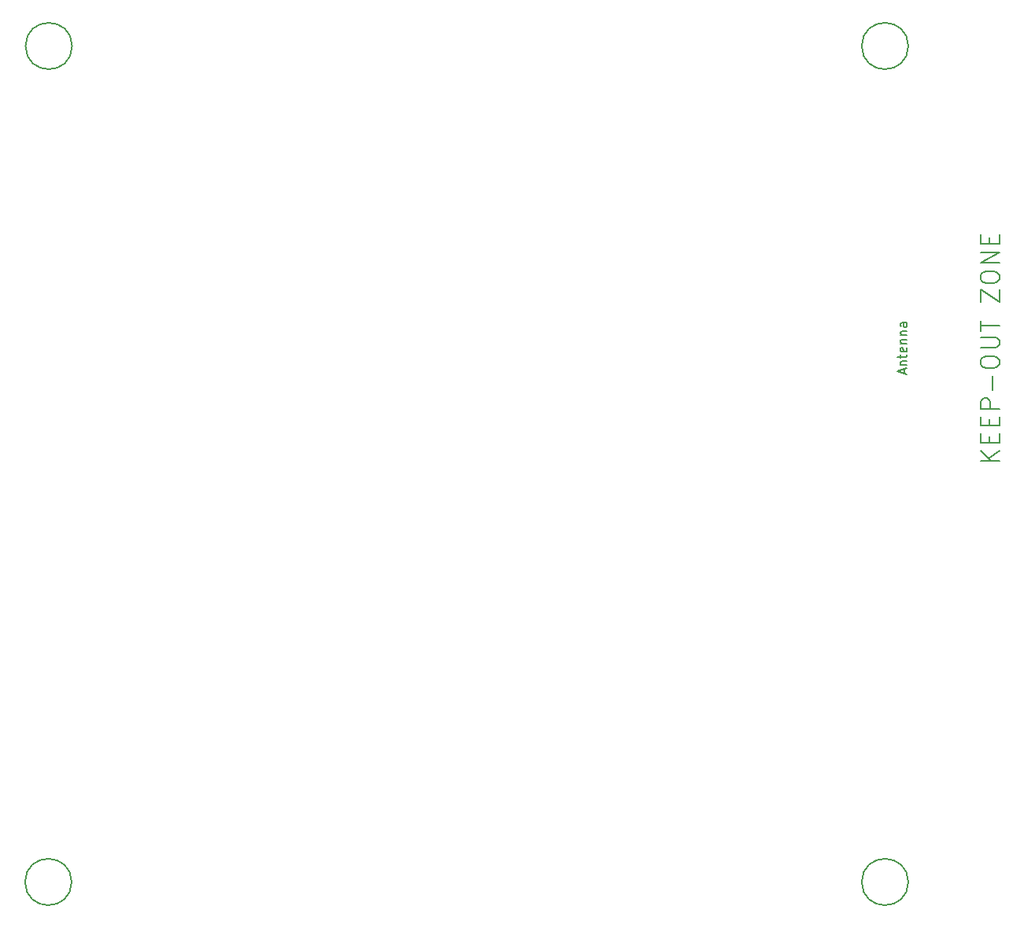
<source format=gbr>
%TF.GenerationSoftware,KiCad,Pcbnew,7.0.8*%
%TF.CreationDate,2023-11-01T12:09:58-04:00*%
%TF.ProjectId,ESP32_CNC,45535033-325f-4434-9e43-2e6b69636164,rev?*%
%TF.SameCoordinates,Original*%
%TF.FileFunction,Other,Comment*%
%FSLAX46Y46*%
G04 Gerber Fmt 4.6, Leading zero omitted, Abs format (unit mm)*
G04 Created by KiCad (PCBNEW 7.0.8) date 2023-11-01 12:09:58*
%MOMM*%
%LPD*%
G01*
G04 APERTURE LIST*
%ADD10C,0.150000*%
G04 APERTURE END LIST*
D10*
X183267104Y-86261904D02*
X183267104Y-85785714D01*
X183552819Y-86357142D02*
X182552819Y-86023809D01*
X182552819Y-86023809D02*
X183552819Y-85690476D01*
X182886152Y-85357142D02*
X183552819Y-85357142D01*
X182981390Y-85357142D02*
X182933771Y-85309523D01*
X182933771Y-85309523D02*
X182886152Y-85214285D01*
X182886152Y-85214285D02*
X182886152Y-85071428D01*
X182886152Y-85071428D02*
X182933771Y-84976190D01*
X182933771Y-84976190D02*
X183029009Y-84928571D01*
X183029009Y-84928571D02*
X183552819Y-84928571D01*
X182886152Y-84595237D02*
X182886152Y-84214285D01*
X182552819Y-84452380D02*
X183409961Y-84452380D01*
X183409961Y-84452380D02*
X183505200Y-84404761D01*
X183505200Y-84404761D02*
X183552819Y-84309523D01*
X183552819Y-84309523D02*
X183552819Y-84214285D01*
X183505200Y-83499999D02*
X183552819Y-83595237D01*
X183552819Y-83595237D02*
X183552819Y-83785713D01*
X183552819Y-83785713D02*
X183505200Y-83880951D01*
X183505200Y-83880951D02*
X183409961Y-83928570D01*
X183409961Y-83928570D02*
X183029009Y-83928570D01*
X183029009Y-83928570D02*
X182933771Y-83880951D01*
X182933771Y-83880951D02*
X182886152Y-83785713D01*
X182886152Y-83785713D02*
X182886152Y-83595237D01*
X182886152Y-83595237D02*
X182933771Y-83499999D01*
X182933771Y-83499999D02*
X183029009Y-83452380D01*
X183029009Y-83452380D02*
X183124247Y-83452380D01*
X183124247Y-83452380D02*
X183219485Y-83928570D01*
X182886152Y-83023808D02*
X183552819Y-83023808D01*
X182981390Y-83023808D02*
X182933771Y-82976189D01*
X182933771Y-82976189D02*
X182886152Y-82880951D01*
X182886152Y-82880951D02*
X182886152Y-82738094D01*
X182886152Y-82738094D02*
X182933771Y-82642856D01*
X182933771Y-82642856D02*
X183029009Y-82595237D01*
X183029009Y-82595237D02*
X183552819Y-82595237D01*
X182886152Y-82119046D02*
X183552819Y-82119046D01*
X182981390Y-82119046D02*
X182933771Y-82071427D01*
X182933771Y-82071427D02*
X182886152Y-81976189D01*
X182886152Y-81976189D02*
X182886152Y-81833332D01*
X182886152Y-81833332D02*
X182933771Y-81738094D01*
X182933771Y-81738094D02*
X183029009Y-81690475D01*
X183029009Y-81690475D02*
X183552819Y-81690475D01*
X183552819Y-80785713D02*
X183029009Y-80785713D01*
X183029009Y-80785713D02*
X182933771Y-80833332D01*
X182933771Y-80833332D02*
X182886152Y-80928570D01*
X182886152Y-80928570D02*
X182886152Y-81119046D01*
X182886152Y-81119046D02*
X182933771Y-81214284D01*
X183505200Y-80785713D02*
X183552819Y-80880951D01*
X183552819Y-80880951D02*
X183552819Y-81119046D01*
X183552819Y-81119046D02*
X183505200Y-81214284D01*
X183505200Y-81214284D02*
X183409961Y-81261903D01*
X183409961Y-81261903D02*
X183314723Y-81261903D01*
X183314723Y-81261903D02*
X183219485Y-81214284D01*
X183219485Y-81214284D02*
X183171866Y-81119046D01*
X183171866Y-81119046D02*
X183171866Y-80880951D01*
X183171866Y-80880951D02*
X183124247Y-80785713D01*
X193495438Y-95692857D02*
X191495438Y-95692857D01*
X193495438Y-94550000D02*
X192352580Y-95407143D01*
X191495438Y-94550000D02*
X192638295Y-95692857D01*
X192447819Y-93692857D02*
X192447819Y-93026190D01*
X193495438Y-92740476D02*
X193495438Y-93692857D01*
X193495438Y-93692857D02*
X191495438Y-93692857D01*
X191495438Y-93692857D02*
X191495438Y-92740476D01*
X192447819Y-91883333D02*
X192447819Y-91216666D01*
X193495438Y-90930952D02*
X193495438Y-91883333D01*
X193495438Y-91883333D02*
X191495438Y-91883333D01*
X191495438Y-91883333D02*
X191495438Y-90930952D01*
X193495438Y-90073809D02*
X191495438Y-90073809D01*
X191495438Y-90073809D02*
X191495438Y-89311904D01*
X191495438Y-89311904D02*
X191590676Y-89121428D01*
X191590676Y-89121428D02*
X191685914Y-89026190D01*
X191685914Y-89026190D02*
X191876390Y-88930952D01*
X191876390Y-88930952D02*
X192162104Y-88930952D01*
X192162104Y-88930952D02*
X192352580Y-89026190D01*
X192352580Y-89026190D02*
X192447819Y-89121428D01*
X192447819Y-89121428D02*
X192543057Y-89311904D01*
X192543057Y-89311904D02*
X192543057Y-90073809D01*
X192733533Y-88073809D02*
X192733533Y-86550000D01*
X191495438Y-85216667D02*
X191495438Y-84835714D01*
X191495438Y-84835714D02*
X191590676Y-84645238D01*
X191590676Y-84645238D02*
X191781152Y-84454762D01*
X191781152Y-84454762D02*
X192162104Y-84359524D01*
X192162104Y-84359524D02*
X192828771Y-84359524D01*
X192828771Y-84359524D02*
X193209723Y-84454762D01*
X193209723Y-84454762D02*
X193400200Y-84645238D01*
X193400200Y-84645238D02*
X193495438Y-84835714D01*
X193495438Y-84835714D02*
X193495438Y-85216667D01*
X193495438Y-85216667D02*
X193400200Y-85407143D01*
X193400200Y-85407143D02*
X193209723Y-85597619D01*
X193209723Y-85597619D02*
X192828771Y-85692857D01*
X192828771Y-85692857D02*
X192162104Y-85692857D01*
X192162104Y-85692857D02*
X191781152Y-85597619D01*
X191781152Y-85597619D02*
X191590676Y-85407143D01*
X191590676Y-85407143D02*
X191495438Y-85216667D01*
X191495438Y-83502381D02*
X193114485Y-83502381D01*
X193114485Y-83502381D02*
X193304961Y-83407143D01*
X193304961Y-83407143D02*
X193400200Y-83311905D01*
X193400200Y-83311905D02*
X193495438Y-83121429D01*
X193495438Y-83121429D02*
X193495438Y-82740476D01*
X193495438Y-82740476D02*
X193400200Y-82550000D01*
X193400200Y-82550000D02*
X193304961Y-82454762D01*
X193304961Y-82454762D02*
X193114485Y-82359524D01*
X193114485Y-82359524D02*
X191495438Y-82359524D01*
X191495438Y-81692857D02*
X191495438Y-80550000D01*
X193495438Y-81121429D02*
X191495438Y-81121429D01*
X191495438Y-78549999D02*
X191495438Y-77216666D01*
X191495438Y-77216666D02*
X193495438Y-78549999D01*
X193495438Y-78549999D02*
X193495438Y-77216666D01*
X191495438Y-76073809D02*
X191495438Y-75692856D01*
X191495438Y-75692856D02*
X191590676Y-75502380D01*
X191590676Y-75502380D02*
X191781152Y-75311904D01*
X191781152Y-75311904D02*
X192162104Y-75216666D01*
X192162104Y-75216666D02*
X192828771Y-75216666D01*
X192828771Y-75216666D02*
X193209723Y-75311904D01*
X193209723Y-75311904D02*
X193400200Y-75502380D01*
X193400200Y-75502380D02*
X193495438Y-75692856D01*
X193495438Y-75692856D02*
X193495438Y-76073809D01*
X193495438Y-76073809D02*
X193400200Y-76264285D01*
X193400200Y-76264285D02*
X193209723Y-76454761D01*
X193209723Y-76454761D02*
X192828771Y-76549999D01*
X192828771Y-76549999D02*
X192162104Y-76549999D01*
X192162104Y-76549999D02*
X191781152Y-76454761D01*
X191781152Y-76454761D02*
X191590676Y-76264285D01*
X191590676Y-76264285D02*
X191495438Y-76073809D01*
X193495438Y-74359523D02*
X191495438Y-74359523D01*
X191495438Y-74359523D02*
X193495438Y-73216666D01*
X193495438Y-73216666D02*
X191495438Y-73216666D01*
X192447819Y-72264285D02*
X192447819Y-71597618D01*
X193495438Y-71311904D02*
X193495438Y-72264285D01*
X193495438Y-72264285D02*
X191495438Y-72264285D01*
X191495438Y-72264285D02*
X191495438Y-71311904D01*
%TO.C,H2*%
X93700000Y-141000000D02*
G75*
G03*
X93700000Y-141000000I-2500000J0D01*
G01*
%TO.C,H4*%
X183700000Y-51000000D02*
G75*
G03*
X183700000Y-51000000I-2500000J0D01*
G01*
%TO.C,H1*%
X93750000Y-51000000D02*
G75*
G03*
X93750000Y-51000000I-2500000J0D01*
G01*
%TO.C,H3*%
X183700000Y-141000000D02*
G75*
G03*
X183700000Y-141000000I-2500000J0D01*
G01*
%TD*%
M02*

</source>
